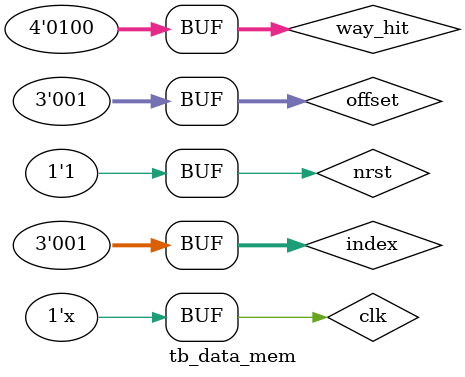
<source format=v>
`timescale 1ns / 1ps


module tb_data_mem(

    );
    
    localparam INDEX_BITS = 3;
    localparam OFFSET_BITS = 3;
    localparam CACHE_WAY = 4;
    
    reg clk;
    reg nrst;
    reg [INDEX_BITS-1:0] index;
    reg [OFFSET_BITS-1:0] offset;
    reg [CACHE_WAY-1:0] way_hit;
    
    wire [31:0] data_o;
    
    
    cache_data #() 
        data_array(
            .clk(clk),
            .nrst(nrst),
            .index(index),
            .offset(offset),
            .way(way_hit),
            .data_o(data_o)
        );
    
    
    
    always #10 clk = ~clk;
    
    initial begin
        clk = 0;
        nrst = 0;
        
        # 10
        nrst = 1;
        
        # 10
        index = 2;
        offset = 0;
        way_hit = 4'b1000;
        
        #10
        index = 1;
        offset = 1;
        way_hit = 4'b0100;
    end

        
endmodule

</source>
